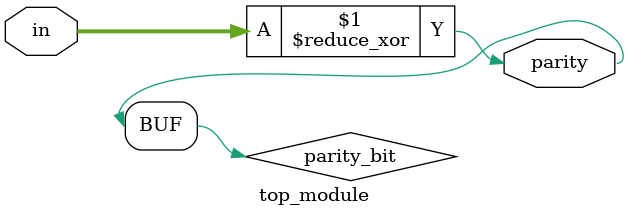
<source format=sv>
module top_module (
	input [7:0] in,
	output parity
);

// Internal wire to hold the computed parity bit
wire parity_bit;

// XOR gate to compute the parity bit
assign parity_bit = ^in;

// Output the parity bit
assign parity = parity_bit;

endmodule

</source>
